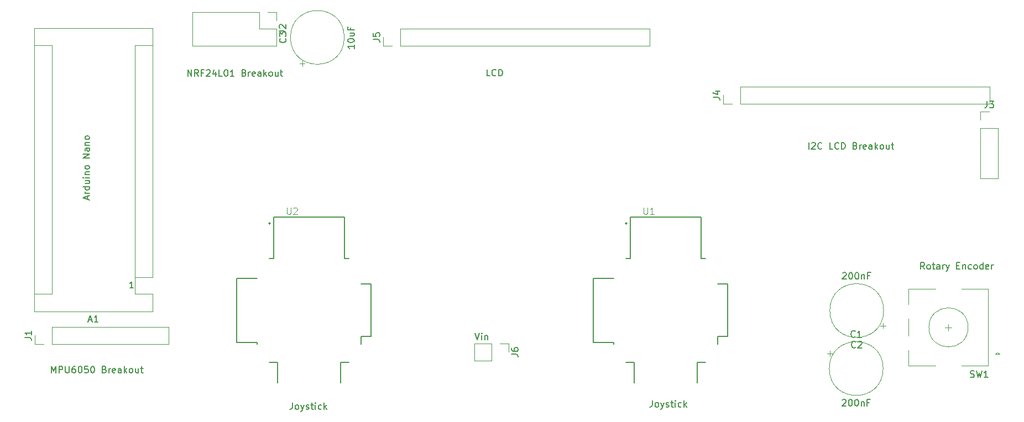
<source format=gbr>
%TF.GenerationSoftware,KiCad,Pcbnew,(5.1.7)-1*%
%TF.CreationDate,2020-12-08T13:51:12+10:00*%
%TF.ProjectId,Universal Controller Mk1,556e6976-6572-4736-916c-20436f6e7472,rev?*%
%TF.SameCoordinates,Original*%
%TF.FileFunction,Legend,Top*%
%TF.FilePolarity,Positive*%
%FSLAX46Y46*%
G04 Gerber Fmt 4.6, Leading zero omitted, Abs format (unit mm)*
G04 Created by KiCad (PCBNEW (5.1.7)-1) date 2020-12-08 13:51:12*
%MOMM*%
%LPD*%
G01*
G04 APERTURE LIST*
%ADD10C,0.150000*%
%ADD11C,0.127000*%
%ADD12C,0.200000*%
%ADD13C,0.120000*%
%ADD14C,0.015000*%
G04 APERTURE END LIST*
D10*
X82919866Y-79482342D02*
X82919866Y-79006152D01*
X83205580Y-79577580D02*
X82205580Y-79244247D01*
X83205580Y-78910914D01*
X83205580Y-78577580D02*
X82538914Y-78577580D01*
X82729390Y-78577580D02*
X82634152Y-78529961D01*
X82586533Y-78482342D01*
X82538914Y-78387104D01*
X82538914Y-78291866D01*
X83205580Y-77529961D02*
X82205580Y-77529961D01*
X83157961Y-77529961D02*
X83205580Y-77625200D01*
X83205580Y-77815676D01*
X83157961Y-77910914D01*
X83110342Y-77958533D01*
X83015104Y-78006152D01*
X82729390Y-78006152D01*
X82634152Y-77958533D01*
X82586533Y-77910914D01*
X82538914Y-77815676D01*
X82538914Y-77625200D01*
X82586533Y-77529961D01*
X82538914Y-76625200D02*
X83205580Y-76625200D01*
X82538914Y-77053771D02*
X83062723Y-77053771D01*
X83157961Y-77006152D01*
X83205580Y-76910914D01*
X83205580Y-76768057D01*
X83157961Y-76672819D01*
X83110342Y-76625200D01*
X83205580Y-76149009D02*
X82538914Y-76149009D01*
X82205580Y-76149009D02*
X82253200Y-76196628D01*
X82300819Y-76149009D01*
X82253200Y-76101390D01*
X82205580Y-76149009D01*
X82300819Y-76149009D01*
X82538914Y-75672819D02*
X83205580Y-75672819D01*
X82634152Y-75672819D02*
X82586533Y-75625200D01*
X82538914Y-75529961D01*
X82538914Y-75387104D01*
X82586533Y-75291866D01*
X82681771Y-75244247D01*
X83205580Y-75244247D01*
X83205580Y-74625200D02*
X83157961Y-74720438D01*
X83110342Y-74768057D01*
X83015104Y-74815676D01*
X82729390Y-74815676D01*
X82634152Y-74768057D01*
X82586533Y-74720438D01*
X82538914Y-74625200D01*
X82538914Y-74482342D01*
X82586533Y-74387104D01*
X82634152Y-74339485D01*
X82729390Y-74291866D01*
X83015104Y-74291866D01*
X83110342Y-74339485D01*
X83157961Y-74387104D01*
X83205580Y-74482342D01*
X83205580Y-74625200D01*
X83205580Y-73101390D02*
X82205580Y-73101390D01*
X83205580Y-72529961D01*
X82205580Y-72529961D01*
X83205580Y-71625200D02*
X82681771Y-71625200D01*
X82586533Y-71672819D01*
X82538914Y-71768057D01*
X82538914Y-71958533D01*
X82586533Y-72053771D01*
X83157961Y-71625200D02*
X83205580Y-71720438D01*
X83205580Y-71958533D01*
X83157961Y-72053771D01*
X83062723Y-72101390D01*
X82967485Y-72101390D01*
X82872247Y-72053771D01*
X82824628Y-71958533D01*
X82824628Y-71720438D01*
X82777009Y-71625200D01*
X82538914Y-71149009D02*
X83205580Y-71149009D01*
X82634152Y-71149009D02*
X82586533Y-71101390D01*
X82538914Y-71006152D01*
X82538914Y-70863295D01*
X82586533Y-70768057D01*
X82681771Y-70720438D01*
X83205580Y-70720438D01*
X83205580Y-70101390D02*
X83157961Y-70196628D01*
X83110342Y-70244247D01*
X83015104Y-70291866D01*
X82729390Y-70291866D01*
X82634152Y-70244247D01*
X82586533Y-70196628D01*
X82538914Y-70101390D01*
X82538914Y-69958533D01*
X82586533Y-69863295D01*
X82634152Y-69815676D01*
X82729390Y-69768057D01*
X83015104Y-69768057D01*
X83110342Y-69815676D01*
X83157961Y-69863295D01*
X83205580Y-69958533D01*
X83205580Y-70101390D01*
X142282990Y-99985580D02*
X142616323Y-100985580D01*
X142949657Y-99985580D01*
X143282990Y-100985580D02*
X143282990Y-100318914D01*
X143282990Y-99985580D02*
X143235371Y-100033200D01*
X143282990Y-100080819D01*
X143330609Y-100033200D01*
X143282990Y-99985580D01*
X143282990Y-100080819D01*
X143759180Y-100318914D02*
X143759180Y-100985580D01*
X143759180Y-100414152D02*
X143806800Y-100366533D01*
X143902038Y-100318914D01*
X144044895Y-100318914D01*
X144140133Y-100366533D01*
X144187752Y-100461771D01*
X144187752Y-100985580D01*
X98270323Y-60599580D02*
X98270323Y-59599580D01*
X98841752Y-60599580D01*
X98841752Y-59599580D01*
X99889371Y-60599580D02*
X99556038Y-60123390D01*
X99317942Y-60599580D02*
X99317942Y-59599580D01*
X99698895Y-59599580D01*
X99794133Y-59647200D01*
X99841752Y-59694819D01*
X99889371Y-59790057D01*
X99889371Y-59932914D01*
X99841752Y-60028152D01*
X99794133Y-60075771D01*
X99698895Y-60123390D01*
X99317942Y-60123390D01*
X100651276Y-60075771D02*
X100317942Y-60075771D01*
X100317942Y-60599580D02*
X100317942Y-59599580D01*
X100794133Y-59599580D01*
X101127466Y-59694819D02*
X101175085Y-59647200D01*
X101270323Y-59599580D01*
X101508419Y-59599580D01*
X101603657Y-59647200D01*
X101651276Y-59694819D01*
X101698895Y-59790057D01*
X101698895Y-59885295D01*
X101651276Y-60028152D01*
X101079847Y-60599580D01*
X101698895Y-60599580D01*
X102556038Y-59932914D02*
X102556038Y-60599580D01*
X102317942Y-59551961D02*
X102079847Y-60266247D01*
X102698895Y-60266247D01*
X103556038Y-60599580D02*
X103079847Y-60599580D01*
X103079847Y-59599580D01*
X104079847Y-59599580D02*
X104175085Y-59599580D01*
X104270323Y-59647200D01*
X104317942Y-59694819D01*
X104365561Y-59790057D01*
X104413180Y-59980533D01*
X104413180Y-60218628D01*
X104365561Y-60409104D01*
X104317942Y-60504342D01*
X104270323Y-60551961D01*
X104175085Y-60599580D01*
X104079847Y-60599580D01*
X103984609Y-60551961D01*
X103936990Y-60504342D01*
X103889371Y-60409104D01*
X103841752Y-60218628D01*
X103841752Y-59980533D01*
X103889371Y-59790057D01*
X103936990Y-59694819D01*
X103984609Y-59647200D01*
X104079847Y-59599580D01*
X105365561Y-60599580D02*
X104794133Y-60599580D01*
X105079847Y-60599580D02*
X105079847Y-59599580D01*
X104984609Y-59742438D01*
X104889371Y-59837676D01*
X104794133Y-59885295D01*
X106889371Y-60075771D02*
X107032228Y-60123390D01*
X107079847Y-60171009D01*
X107127466Y-60266247D01*
X107127466Y-60409104D01*
X107079847Y-60504342D01*
X107032228Y-60551961D01*
X106936990Y-60599580D01*
X106556038Y-60599580D01*
X106556038Y-59599580D01*
X106889371Y-59599580D01*
X106984609Y-59647200D01*
X107032228Y-59694819D01*
X107079847Y-59790057D01*
X107079847Y-59885295D01*
X107032228Y-59980533D01*
X106984609Y-60028152D01*
X106889371Y-60075771D01*
X106556038Y-60075771D01*
X107556038Y-60599580D02*
X107556038Y-59932914D01*
X107556038Y-60123390D02*
X107603657Y-60028152D01*
X107651276Y-59980533D01*
X107746514Y-59932914D01*
X107841752Y-59932914D01*
X108556038Y-60551961D02*
X108460800Y-60599580D01*
X108270323Y-60599580D01*
X108175085Y-60551961D01*
X108127466Y-60456723D01*
X108127466Y-60075771D01*
X108175085Y-59980533D01*
X108270323Y-59932914D01*
X108460800Y-59932914D01*
X108556038Y-59980533D01*
X108603657Y-60075771D01*
X108603657Y-60171009D01*
X108127466Y-60266247D01*
X109460800Y-60599580D02*
X109460800Y-60075771D01*
X109413180Y-59980533D01*
X109317942Y-59932914D01*
X109127466Y-59932914D01*
X109032228Y-59980533D01*
X109460800Y-60551961D02*
X109365561Y-60599580D01*
X109127466Y-60599580D01*
X109032228Y-60551961D01*
X108984609Y-60456723D01*
X108984609Y-60361485D01*
X109032228Y-60266247D01*
X109127466Y-60218628D01*
X109365561Y-60218628D01*
X109460800Y-60171009D01*
X109936990Y-60599580D02*
X109936990Y-59599580D01*
X110032228Y-60218628D02*
X110317942Y-60599580D01*
X110317942Y-59932914D02*
X109936990Y-60313866D01*
X110889371Y-60599580D02*
X110794133Y-60551961D01*
X110746514Y-60504342D01*
X110698895Y-60409104D01*
X110698895Y-60123390D01*
X110746514Y-60028152D01*
X110794133Y-59980533D01*
X110889371Y-59932914D01*
X111032228Y-59932914D01*
X111127466Y-59980533D01*
X111175085Y-60028152D01*
X111222704Y-60123390D01*
X111222704Y-60409104D01*
X111175085Y-60504342D01*
X111127466Y-60551961D01*
X111032228Y-60599580D01*
X110889371Y-60599580D01*
X112079847Y-59932914D02*
X112079847Y-60599580D01*
X111651276Y-59932914D02*
X111651276Y-60456723D01*
X111698895Y-60551961D01*
X111794133Y-60599580D01*
X111936990Y-60599580D01*
X112032228Y-60551961D01*
X112079847Y-60504342D01*
X112413180Y-59932914D02*
X112794133Y-59932914D01*
X112556038Y-59599580D02*
X112556038Y-60456723D01*
X112603657Y-60551961D01*
X112698895Y-60599580D01*
X112794133Y-60599580D01*
X123743980Y-55783028D02*
X123743980Y-56354457D01*
X123743980Y-56068742D02*
X122743980Y-56068742D01*
X122886838Y-56163980D01*
X122982076Y-56259219D01*
X123029695Y-56354457D01*
X122743980Y-55163980D02*
X122743980Y-55068742D01*
X122791600Y-54973504D01*
X122839219Y-54925885D01*
X122934457Y-54878266D01*
X123124933Y-54830647D01*
X123363028Y-54830647D01*
X123553504Y-54878266D01*
X123648742Y-54925885D01*
X123696361Y-54973504D01*
X123743980Y-55068742D01*
X123743980Y-55163980D01*
X123696361Y-55259219D01*
X123648742Y-55306838D01*
X123553504Y-55354457D01*
X123363028Y-55402076D01*
X123124933Y-55402076D01*
X122934457Y-55354457D01*
X122839219Y-55306838D01*
X122791600Y-55259219D01*
X122743980Y-55163980D01*
X123077314Y-53973504D02*
X123743980Y-53973504D01*
X123077314Y-54402076D02*
X123601123Y-54402076D01*
X123696361Y-54354457D01*
X123743980Y-54259219D01*
X123743980Y-54116361D01*
X123696361Y-54021123D01*
X123648742Y-53973504D01*
X123220171Y-53163980D02*
X123220171Y-53497314D01*
X123743980Y-53497314D02*
X122743980Y-53497314D01*
X122743980Y-53021123D01*
X144546723Y-60548780D02*
X144070533Y-60548780D01*
X144070533Y-59548780D01*
X145451485Y-60453542D02*
X145403866Y-60501161D01*
X145261009Y-60548780D01*
X145165771Y-60548780D01*
X145022914Y-60501161D01*
X144927676Y-60405923D01*
X144880057Y-60310685D01*
X144832438Y-60120209D01*
X144832438Y-59977352D01*
X144880057Y-59786876D01*
X144927676Y-59691638D01*
X145022914Y-59596400D01*
X145165771Y-59548780D01*
X145261009Y-59548780D01*
X145403866Y-59596400D01*
X145451485Y-59644019D01*
X145880057Y-60548780D02*
X145880057Y-59548780D01*
X146118152Y-59548780D01*
X146261009Y-59596400D01*
X146356247Y-59691638D01*
X146403866Y-59786876D01*
X146451485Y-59977352D01*
X146451485Y-60120209D01*
X146403866Y-60310685D01*
X146356247Y-60405923D01*
X146261009Y-60501161D01*
X146118152Y-60548780D01*
X145880057Y-60548780D01*
X193367828Y-71775580D02*
X193367828Y-70775580D01*
X193796400Y-70870819D02*
X193844019Y-70823200D01*
X193939257Y-70775580D01*
X194177352Y-70775580D01*
X194272590Y-70823200D01*
X194320209Y-70870819D01*
X194367828Y-70966057D01*
X194367828Y-71061295D01*
X194320209Y-71204152D01*
X193748780Y-71775580D01*
X194367828Y-71775580D01*
X195367828Y-71680342D02*
X195320209Y-71727961D01*
X195177352Y-71775580D01*
X195082114Y-71775580D01*
X194939257Y-71727961D01*
X194844019Y-71632723D01*
X194796400Y-71537485D01*
X194748780Y-71347009D01*
X194748780Y-71204152D01*
X194796400Y-71013676D01*
X194844019Y-70918438D01*
X194939257Y-70823200D01*
X195082114Y-70775580D01*
X195177352Y-70775580D01*
X195320209Y-70823200D01*
X195367828Y-70870819D01*
X197034495Y-71775580D02*
X196558304Y-71775580D01*
X196558304Y-70775580D01*
X197939257Y-71680342D02*
X197891638Y-71727961D01*
X197748780Y-71775580D01*
X197653542Y-71775580D01*
X197510685Y-71727961D01*
X197415447Y-71632723D01*
X197367828Y-71537485D01*
X197320209Y-71347009D01*
X197320209Y-71204152D01*
X197367828Y-71013676D01*
X197415447Y-70918438D01*
X197510685Y-70823200D01*
X197653542Y-70775580D01*
X197748780Y-70775580D01*
X197891638Y-70823200D01*
X197939257Y-70870819D01*
X198367828Y-71775580D02*
X198367828Y-70775580D01*
X198605923Y-70775580D01*
X198748780Y-70823200D01*
X198844019Y-70918438D01*
X198891638Y-71013676D01*
X198939257Y-71204152D01*
X198939257Y-71347009D01*
X198891638Y-71537485D01*
X198844019Y-71632723D01*
X198748780Y-71727961D01*
X198605923Y-71775580D01*
X198367828Y-71775580D01*
X200463066Y-71251771D02*
X200605923Y-71299390D01*
X200653542Y-71347009D01*
X200701161Y-71442247D01*
X200701161Y-71585104D01*
X200653542Y-71680342D01*
X200605923Y-71727961D01*
X200510685Y-71775580D01*
X200129733Y-71775580D01*
X200129733Y-70775580D01*
X200463066Y-70775580D01*
X200558304Y-70823200D01*
X200605923Y-70870819D01*
X200653542Y-70966057D01*
X200653542Y-71061295D01*
X200605923Y-71156533D01*
X200558304Y-71204152D01*
X200463066Y-71251771D01*
X200129733Y-71251771D01*
X201129733Y-71775580D02*
X201129733Y-71108914D01*
X201129733Y-71299390D02*
X201177352Y-71204152D01*
X201224971Y-71156533D01*
X201320209Y-71108914D01*
X201415447Y-71108914D01*
X202129733Y-71727961D02*
X202034495Y-71775580D01*
X201844019Y-71775580D01*
X201748780Y-71727961D01*
X201701161Y-71632723D01*
X201701161Y-71251771D01*
X201748780Y-71156533D01*
X201844019Y-71108914D01*
X202034495Y-71108914D01*
X202129733Y-71156533D01*
X202177352Y-71251771D01*
X202177352Y-71347009D01*
X201701161Y-71442247D01*
X203034495Y-71775580D02*
X203034495Y-71251771D01*
X202986876Y-71156533D01*
X202891638Y-71108914D01*
X202701161Y-71108914D01*
X202605923Y-71156533D01*
X203034495Y-71727961D02*
X202939257Y-71775580D01*
X202701161Y-71775580D01*
X202605923Y-71727961D01*
X202558304Y-71632723D01*
X202558304Y-71537485D01*
X202605923Y-71442247D01*
X202701161Y-71394628D01*
X202939257Y-71394628D01*
X203034495Y-71347009D01*
X203510685Y-71775580D02*
X203510685Y-70775580D01*
X203605923Y-71394628D02*
X203891638Y-71775580D01*
X203891638Y-71108914D02*
X203510685Y-71489866D01*
X204463066Y-71775580D02*
X204367828Y-71727961D01*
X204320209Y-71680342D01*
X204272590Y-71585104D01*
X204272590Y-71299390D01*
X204320209Y-71204152D01*
X204367828Y-71156533D01*
X204463066Y-71108914D01*
X204605923Y-71108914D01*
X204701161Y-71156533D01*
X204748780Y-71204152D01*
X204796400Y-71299390D01*
X204796400Y-71585104D01*
X204748780Y-71680342D01*
X204701161Y-71727961D01*
X204605923Y-71775580D01*
X204463066Y-71775580D01*
X205653542Y-71108914D02*
X205653542Y-71775580D01*
X205224971Y-71108914D02*
X205224971Y-71632723D01*
X205272590Y-71727961D01*
X205367828Y-71775580D01*
X205510685Y-71775580D01*
X205605923Y-71727961D01*
X205653542Y-71680342D01*
X205986876Y-71108914D02*
X206367828Y-71108914D01*
X206129733Y-70775580D02*
X206129733Y-71632723D01*
X206177352Y-71727961D01*
X206272590Y-71775580D01*
X206367828Y-71775580D01*
X198540952Y-90784419D02*
X198588571Y-90736800D01*
X198683809Y-90689180D01*
X198921904Y-90689180D01*
X199017142Y-90736800D01*
X199064761Y-90784419D01*
X199112380Y-90879657D01*
X199112380Y-90974895D01*
X199064761Y-91117752D01*
X198493333Y-91689180D01*
X199112380Y-91689180D01*
X199731428Y-90689180D02*
X199826666Y-90689180D01*
X199921904Y-90736800D01*
X199969523Y-90784419D01*
X200017142Y-90879657D01*
X200064761Y-91070133D01*
X200064761Y-91308228D01*
X200017142Y-91498704D01*
X199969523Y-91593942D01*
X199921904Y-91641561D01*
X199826666Y-91689180D01*
X199731428Y-91689180D01*
X199636190Y-91641561D01*
X199588571Y-91593942D01*
X199540952Y-91498704D01*
X199493333Y-91308228D01*
X199493333Y-91070133D01*
X199540952Y-90879657D01*
X199588571Y-90784419D01*
X199636190Y-90736800D01*
X199731428Y-90689180D01*
X200683809Y-90689180D02*
X200779047Y-90689180D01*
X200874285Y-90736800D01*
X200921904Y-90784419D01*
X200969523Y-90879657D01*
X201017142Y-91070133D01*
X201017142Y-91308228D01*
X200969523Y-91498704D01*
X200921904Y-91593942D01*
X200874285Y-91641561D01*
X200779047Y-91689180D01*
X200683809Y-91689180D01*
X200588571Y-91641561D01*
X200540952Y-91593942D01*
X200493333Y-91498704D01*
X200445714Y-91308228D01*
X200445714Y-91070133D01*
X200493333Y-90879657D01*
X200540952Y-90784419D01*
X200588571Y-90736800D01*
X200683809Y-90689180D01*
X201445714Y-91022514D02*
X201445714Y-91689180D01*
X201445714Y-91117752D02*
X201493333Y-91070133D01*
X201588571Y-91022514D01*
X201731428Y-91022514D01*
X201826666Y-91070133D01*
X201874285Y-91165371D01*
X201874285Y-91689180D01*
X202683809Y-91165371D02*
X202350476Y-91165371D01*
X202350476Y-91689180D02*
X202350476Y-90689180D01*
X202826666Y-90689180D01*
X198490152Y-110240819D02*
X198537771Y-110193200D01*
X198633009Y-110145580D01*
X198871104Y-110145580D01*
X198966342Y-110193200D01*
X199013961Y-110240819D01*
X199061580Y-110336057D01*
X199061580Y-110431295D01*
X199013961Y-110574152D01*
X198442533Y-111145580D01*
X199061580Y-111145580D01*
X199680628Y-110145580D02*
X199775866Y-110145580D01*
X199871104Y-110193200D01*
X199918723Y-110240819D01*
X199966342Y-110336057D01*
X200013961Y-110526533D01*
X200013961Y-110764628D01*
X199966342Y-110955104D01*
X199918723Y-111050342D01*
X199871104Y-111097961D01*
X199775866Y-111145580D01*
X199680628Y-111145580D01*
X199585390Y-111097961D01*
X199537771Y-111050342D01*
X199490152Y-110955104D01*
X199442533Y-110764628D01*
X199442533Y-110526533D01*
X199490152Y-110336057D01*
X199537771Y-110240819D01*
X199585390Y-110193200D01*
X199680628Y-110145580D01*
X200633009Y-110145580D02*
X200728247Y-110145580D01*
X200823485Y-110193200D01*
X200871104Y-110240819D01*
X200918723Y-110336057D01*
X200966342Y-110526533D01*
X200966342Y-110764628D01*
X200918723Y-110955104D01*
X200871104Y-111050342D01*
X200823485Y-111097961D01*
X200728247Y-111145580D01*
X200633009Y-111145580D01*
X200537771Y-111097961D01*
X200490152Y-111050342D01*
X200442533Y-110955104D01*
X200394914Y-110764628D01*
X200394914Y-110526533D01*
X200442533Y-110336057D01*
X200490152Y-110240819D01*
X200537771Y-110193200D01*
X200633009Y-110145580D01*
X201394914Y-110478914D02*
X201394914Y-111145580D01*
X201394914Y-110574152D02*
X201442533Y-110526533D01*
X201537771Y-110478914D01*
X201680628Y-110478914D01*
X201775866Y-110526533D01*
X201823485Y-110621771D01*
X201823485Y-111145580D01*
X202633009Y-110621771D02*
X202299676Y-110621771D01*
X202299676Y-111145580D02*
X202299676Y-110145580D01*
X202775866Y-110145580D01*
X211073028Y-90165180D02*
X210739695Y-89688990D01*
X210501600Y-90165180D02*
X210501600Y-89165180D01*
X210882552Y-89165180D01*
X210977790Y-89212800D01*
X211025409Y-89260419D01*
X211073028Y-89355657D01*
X211073028Y-89498514D01*
X211025409Y-89593752D01*
X210977790Y-89641371D01*
X210882552Y-89688990D01*
X210501600Y-89688990D01*
X211644457Y-90165180D02*
X211549219Y-90117561D01*
X211501600Y-90069942D01*
X211453980Y-89974704D01*
X211453980Y-89688990D01*
X211501600Y-89593752D01*
X211549219Y-89546133D01*
X211644457Y-89498514D01*
X211787314Y-89498514D01*
X211882552Y-89546133D01*
X211930171Y-89593752D01*
X211977790Y-89688990D01*
X211977790Y-89974704D01*
X211930171Y-90069942D01*
X211882552Y-90117561D01*
X211787314Y-90165180D01*
X211644457Y-90165180D01*
X212263504Y-89498514D02*
X212644457Y-89498514D01*
X212406361Y-89165180D02*
X212406361Y-90022323D01*
X212453980Y-90117561D01*
X212549219Y-90165180D01*
X212644457Y-90165180D01*
X213406361Y-90165180D02*
X213406361Y-89641371D01*
X213358742Y-89546133D01*
X213263504Y-89498514D01*
X213073028Y-89498514D01*
X212977790Y-89546133D01*
X213406361Y-90117561D02*
X213311123Y-90165180D01*
X213073028Y-90165180D01*
X212977790Y-90117561D01*
X212930171Y-90022323D01*
X212930171Y-89927085D01*
X212977790Y-89831847D01*
X213073028Y-89784228D01*
X213311123Y-89784228D01*
X213406361Y-89736609D01*
X213882552Y-90165180D02*
X213882552Y-89498514D01*
X213882552Y-89688990D02*
X213930171Y-89593752D01*
X213977790Y-89546133D01*
X214073028Y-89498514D01*
X214168266Y-89498514D01*
X214406361Y-89498514D02*
X214644457Y-90165180D01*
X214882552Y-89498514D02*
X214644457Y-90165180D01*
X214549219Y-90403276D01*
X214501600Y-90450895D01*
X214406361Y-90498514D01*
X216025409Y-89641371D02*
X216358742Y-89641371D01*
X216501600Y-90165180D02*
X216025409Y-90165180D01*
X216025409Y-89165180D01*
X216501600Y-89165180D01*
X216930171Y-89498514D02*
X216930171Y-90165180D01*
X216930171Y-89593752D02*
X216977790Y-89546133D01*
X217073028Y-89498514D01*
X217215885Y-89498514D01*
X217311123Y-89546133D01*
X217358742Y-89641371D01*
X217358742Y-90165180D01*
X218263504Y-90117561D02*
X218168266Y-90165180D01*
X217977790Y-90165180D01*
X217882552Y-90117561D01*
X217834933Y-90069942D01*
X217787314Y-89974704D01*
X217787314Y-89688990D01*
X217834933Y-89593752D01*
X217882552Y-89546133D01*
X217977790Y-89498514D01*
X218168266Y-89498514D01*
X218263504Y-89546133D01*
X218834933Y-90165180D02*
X218739695Y-90117561D01*
X218692076Y-90069942D01*
X218644457Y-89974704D01*
X218644457Y-89688990D01*
X218692076Y-89593752D01*
X218739695Y-89546133D01*
X218834933Y-89498514D01*
X218977790Y-89498514D01*
X219073028Y-89546133D01*
X219120647Y-89593752D01*
X219168266Y-89688990D01*
X219168266Y-89974704D01*
X219120647Y-90069942D01*
X219073028Y-90117561D01*
X218977790Y-90165180D01*
X218834933Y-90165180D01*
X220025409Y-90165180D02*
X220025409Y-89165180D01*
X220025409Y-90117561D02*
X219930171Y-90165180D01*
X219739695Y-90165180D01*
X219644457Y-90117561D01*
X219596838Y-90069942D01*
X219549219Y-89974704D01*
X219549219Y-89688990D01*
X219596838Y-89593752D01*
X219644457Y-89546133D01*
X219739695Y-89498514D01*
X219930171Y-89498514D01*
X220025409Y-89546133D01*
X220882552Y-90117561D02*
X220787314Y-90165180D01*
X220596838Y-90165180D01*
X220501600Y-90117561D01*
X220453980Y-90022323D01*
X220453980Y-89641371D01*
X220501600Y-89546133D01*
X220596838Y-89498514D01*
X220787314Y-89498514D01*
X220882552Y-89546133D01*
X220930171Y-89641371D01*
X220930171Y-89736609D01*
X220453980Y-89831847D01*
X221358742Y-90165180D02*
X221358742Y-89498514D01*
X221358742Y-89688990D02*
X221406361Y-89593752D01*
X221453980Y-89546133D01*
X221549219Y-89498514D01*
X221644457Y-89498514D01*
X169404019Y-110297980D02*
X169404019Y-111012266D01*
X169356400Y-111155123D01*
X169261161Y-111250361D01*
X169118304Y-111297980D01*
X169023066Y-111297980D01*
X170023066Y-111297980D02*
X169927828Y-111250361D01*
X169880209Y-111202742D01*
X169832590Y-111107504D01*
X169832590Y-110821790D01*
X169880209Y-110726552D01*
X169927828Y-110678933D01*
X170023066Y-110631314D01*
X170165923Y-110631314D01*
X170261161Y-110678933D01*
X170308780Y-110726552D01*
X170356400Y-110821790D01*
X170356400Y-111107504D01*
X170308780Y-111202742D01*
X170261161Y-111250361D01*
X170165923Y-111297980D01*
X170023066Y-111297980D01*
X170689733Y-110631314D02*
X170927828Y-111297980D01*
X171165923Y-110631314D02*
X170927828Y-111297980D01*
X170832590Y-111536076D01*
X170784971Y-111583695D01*
X170689733Y-111631314D01*
X171499257Y-111250361D02*
X171594495Y-111297980D01*
X171784971Y-111297980D01*
X171880209Y-111250361D01*
X171927828Y-111155123D01*
X171927828Y-111107504D01*
X171880209Y-111012266D01*
X171784971Y-110964647D01*
X171642114Y-110964647D01*
X171546876Y-110917028D01*
X171499257Y-110821790D01*
X171499257Y-110774171D01*
X171546876Y-110678933D01*
X171642114Y-110631314D01*
X171784971Y-110631314D01*
X171880209Y-110678933D01*
X172213542Y-110631314D02*
X172594495Y-110631314D01*
X172356400Y-110297980D02*
X172356400Y-111155123D01*
X172404019Y-111250361D01*
X172499257Y-111297980D01*
X172594495Y-111297980D01*
X172927828Y-111297980D02*
X172927828Y-110631314D01*
X172927828Y-110297980D02*
X172880209Y-110345600D01*
X172927828Y-110393219D01*
X172975447Y-110345600D01*
X172927828Y-110297980D01*
X172927828Y-110393219D01*
X173832590Y-111250361D02*
X173737352Y-111297980D01*
X173546876Y-111297980D01*
X173451638Y-111250361D01*
X173404019Y-111202742D01*
X173356400Y-111107504D01*
X173356400Y-110821790D01*
X173404019Y-110726552D01*
X173451638Y-110678933D01*
X173546876Y-110631314D01*
X173737352Y-110631314D01*
X173832590Y-110678933D01*
X174261161Y-111297980D02*
X174261161Y-110297980D01*
X174356400Y-110917028D02*
X174642114Y-111297980D01*
X174642114Y-110631314D02*
X174261161Y-111012266D01*
X114286019Y-110653580D02*
X114286019Y-111367866D01*
X114238400Y-111510723D01*
X114143161Y-111605961D01*
X114000304Y-111653580D01*
X113905066Y-111653580D01*
X114905066Y-111653580D02*
X114809828Y-111605961D01*
X114762209Y-111558342D01*
X114714590Y-111463104D01*
X114714590Y-111177390D01*
X114762209Y-111082152D01*
X114809828Y-111034533D01*
X114905066Y-110986914D01*
X115047923Y-110986914D01*
X115143161Y-111034533D01*
X115190780Y-111082152D01*
X115238400Y-111177390D01*
X115238400Y-111463104D01*
X115190780Y-111558342D01*
X115143161Y-111605961D01*
X115047923Y-111653580D01*
X114905066Y-111653580D01*
X115571733Y-110986914D02*
X115809828Y-111653580D01*
X116047923Y-110986914D02*
X115809828Y-111653580D01*
X115714590Y-111891676D01*
X115666971Y-111939295D01*
X115571733Y-111986914D01*
X116381257Y-111605961D02*
X116476495Y-111653580D01*
X116666971Y-111653580D01*
X116762209Y-111605961D01*
X116809828Y-111510723D01*
X116809828Y-111463104D01*
X116762209Y-111367866D01*
X116666971Y-111320247D01*
X116524114Y-111320247D01*
X116428876Y-111272628D01*
X116381257Y-111177390D01*
X116381257Y-111129771D01*
X116428876Y-111034533D01*
X116524114Y-110986914D01*
X116666971Y-110986914D01*
X116762209Y-111034533D01*
X117095542Y-110986914D02*
X117476495Y-110986914D01*
X117238400Y-110653580D02*
X117238400Y-111510723D01*
X117286019Y-111605961D01*
X117381257Y-111653580D01*
X117476495Y-111653580D01*
X117809828Y-111653580D02*
X117809828Y-110986914D01*
X117809828Y-110653580D02*
X117762209Y-110701200D01*
X117809828Y-110748819D01*
X117857447Y-110701200D01*
X117809828Y-110653580D01*
X117809828Y-110748819D01*
X118714590Y-111605961D02*
X118619352Y-111653580D01*
X118428876Y-111653580D01*
X118333638Y-111605961D01*
X118286019Y-111558342D01*
X118238400Y-111463104D01*
X118238400Y-111177390D01*
X118286019Y-111082152D01*
X118333638Y-111034533D01*
X118428876Y-110986914D01*
X118619352Y-110986914D01*
X118714590Y-111034533D01*
X119143161Y-111653580D02*
X119143161Y-110653580D01*
X119238400Y-111272628D02*
X119524114Y-111653580D01*
X119524114Y-110986914D02*
X119143161Y-111367866D01*
X77399428Y-106065580D02*
X77399428Y-105065580D01*
X77732761Y-105779866D01*
X78066095Y-105065580D01*
X78066095Y-106065580D01*
X78542285Y-106065580D02*
X78542285Y-105065580D01*
X78923238Y-105065580D01*
X79018476Y-105113200D01*
X79066095Y-105160819D01*
X79113714Y-105256057D01*
X79113714Y-105398914D01*
X79066095Y-105494152D01*
X79018476Y-105541771D01*
X78923238Y-105589390D01*
X78542285Y-105589390D01*
X79542285Y-105065580D02*
X79542285Y-105875104D01*
X79589904Y-105970342D01*
X79637523Y-106017961D01*
X79732761Y-106065580D01*
X79923238Y-106065580D01*
X80018476Y-106017961D01*
X80066095Y-105970342D01*
X80113714Y-105875104D01*
X80113714Y-105065580D01*
X81018476Y-105065580D02*
X80828000Y-105065580D01*
X80732761Y-105113200D01*
X80685142Y-105160819D01*
X80589904Y-105303676D01*
X80542285Y-105494152D01*
X80542285Y-105875104D01*
X80589904Y-105970342D01*
X80637523Y-106017961D01*
X80732761Y-106065580D01*
X80923238Y-106065580D01*
X81018476Y-106017961D01*
X81066095Y-105970342D01*
X81113714Y-105875104D01*
X81113714Y-105637009D01*
X81066095Y-105541771D01*
X81018476Y-105494152D01*
X80923238Y-105446533D01*
X80732761Y-105446533D01*
X80637523Y-105494152D01*
X80589904Y-105541771D01*
X80542285Y-105637009D01*
X81732761Y-105065580D02*
X81828000Y-105065580D01*
X81923238Y-105113200D01*
X81970857Y-105160819D01*
X82018476Y-105256057D01*
X82066095Y-105446533D01*
X82066095Y-105684628D01*
X82018476Y-105875104D01*
X81970857Y-105970342D01*
X81923238Y-106017961D01*
X81828000Y-106065580D01*
X81732761Y-106065580D01*
X81637523Y-106017961D01*
X81589904Y-105970342D01*
X81542285Y-105875104D01*
X81494666Y-105684628D01*
X81494666Y-105446533D01*
X81542285Y-105256057D01*
X81589904Y-105160819D01*
X81637523Y-105113200D01*
X81732761Y-105065580D01*
X82970857Y-105065580D02*
X82494666Y-105065580D01*
X82447047Y-105541771D01*
X82494666Y-105494152D01*
X82589904Y-105446533D01*
X82828000Y-105446533D01*
X82923238Y-105494152D01*
X82970857Y-105541771D01*
X83018476Y-105637009D01*
X83018476Y-105875104D01*
X82970857Y-105970342D01*
X82923238Y-106017961D01*
X82828000Y-106065580D01*
X82589904Y-106065580D01*
X82494666Y-106017961D01*
X82447047Y-105970342D01*
X83637523Y-105065580D02*
X83732761Y-105065580D01*
X83828000Y-105113200D01*
X83875619Y-105160819D01*
X83923238Y-105256057D01*
X83970857Y-105446533D01*
X83970857Y-105684628D01*
X83923238Y-105875104D01*
X83875619Y-105970342D01*
X83828000Y-106017961D01*
X83732761Y-106065580D01*
X83637523Y-106065580D01*
X83542285Y-106017961D01*
X83494666Y-105970342D01*
X83447047Y-105875104D01*
X83399428Y-105684628D01*
X83399428Y-105446533D01*
X83447047Y-105256057D01*
X83494666Y-105160819D01*
X83542285Y-105113200D01*
X83637523Y-105065580D01*
X85494666Y-105541771D02*
X85637523Y-105589390D01*
X85685142Y-105637009D01*
X85732761Y-105732247D01*
X85732761Y-105875104D01*
X85685142Y-105970342D01*
X85637523Y-106017961D01*
X85542285Y-106065580D01*
X85161333Y-106065580D01*
X85161333Y-105065580D01*
X85494666Y-105065580D01*
X85589904Y-105113200D01*
X85637523Y-105160819D01*
X85685142Y-105256057D01*
X85685142Y-105351295D01*
X85637523Y-105446533D01*
X85589904Y-105494152D01*
X85494666Y-105541771D01*
X85161333Y-105541771D01*
X86161333Y-106065580D02*
X86161333Y-105398914D01*
X86161333Y-105589390D02*
X86208952Y-105494152D01*
X86256571Y-105446533D01*
X86351809Y-105398914D01*
X86447047Y-105398914D01*
X87161333Y-106017961D02*
X87066095Y-106065580D01*
X86875619Y-106065580D01*
X86780380Y-106017961D01*
X86732761Y-105922723D01*
X86732761Y-105541771D01*
X86780380Y-105446533D01*
X86875619Y-105398914D01*
X87066095Y-105398914D01*
X87161333Y-105446533D01*
X87208952Y-105541771D01*
X87208952Y-105637009D01*
X86732761Y-105732247D01*
X88066095Y-106065580D02*
X88066095Y-105541771D01*
X88018476Y-105446533D01*
X87923238Y-105398914D01*
X87732761Y-105398914D01*
X87637523Y-105446533D01*
X88066095Y-106017961D02*
X87970857Y-106065580D01*
X87732761Y-106065580D01*
X87637523Y-106017961D01*
X87589904Y-105922723D01*
X87589904Y-105827485D01*
X87637523Y-105732247D01*
X87732761Y-105684628D01*
X87970857Y-105684628D01*
X88066095Y-105637009D01*
X88542285Y-106065580D02*
X88542285Y-105065580D01*
X88637523Y-105684628D02*
X88923238Y-106065580D01*
X88923238Y-105398914D02*
X88542285Y-105779866D01*
X89494666Y-106065580D02*
X89399428Y-106017961D01*
X89351809Y-105970342D01*
X89304190Y-105875104D01*
X89304190Y-105589390D01*
X89351809Y-105494152D01*
X89399428Y-105446533D01*
X89494666Y-105398914D01*
X89637523Y-105398914D01*
X89732761Y-105446533D01*
X89780380Y-105494152D01*
X89828000Y-105589390D01*
X89828000Y-105875104D01*
X89780380Y-105970342D01*
X89732761Y-106017961D01*
X89637523Y-106065580D01*
X89494666Y-106065580D01*
X90685142Y-105398914D02*
X90685142Y-106065580D01*
X90256571Y-105398914D02*
X90256571Y-105922723D01*
X90304190Y-106017961D01*
X90399428Y-106065580D01*
X90542285Y-106065580D01*
X90637523Y-106017961D01*
X90685142Y-105970342D01*
X91018476Y-105398914D02*
X91399428Y-105398914D01*
X91161333Y-105065580D02*
X91161333Y-105922723D01*
X91208952Y-106017961D01*
X91304190Y-106065580D01*
X91399428Y-106065580D01*
X89947714Y-93060780D02*
X89376285Y-93060780D01*
X89662000Y-93060780D02*
X89662000Y-92060780D01*
X89566761Y-92203638D01*
X89471523Y-92298876D01*
X89376285Y-92346495D01*
D11*
%TO.C,U2*%
X110770000Y-88520000D02*
X111390000Y-88520000D01*
X111390000Y-88520000D02*
X111390000Y-82220000D01*
X111390000Y-82220000D02*
X122290000Y-82220000D01*
X122290000Y-82220000D02*
X122290000Y-88520000D01*
X122290000Y-88520000D02*
X122920000Y-88520000D01*
X124790000Y-92420000D02*
X126340000Y-92420000D01*
X126340000Y-92420000D02*
X126340000Y-100520000D01*
X126340000Y-100520000D02*
X124790000Y-100520000D01*
X124790000Y-100520000D02*
X124790000Y-101640000D01*
X122920000Y-104420000D02*
X121690000Y-104420000D01*
X121690000Y-104420000D02*
X121690000Y-107620000D01*
X111990000Y-107620000D02*
X111990000Y-104420000D01*
X111990000Y-104420000D02*
X110770000Y-104420000D01*
X108890000Y-101690000D02*
X108890000Y-101420000D01*
X108890000Y-101420000D02*
X105740000Y-101420000D01*
X105740000Y-101420000D02*
X105740000Y-91620000D01*
X105740000Y-91620000D02*
X108890000Y-91620000D01*
D12*
X110890000Y-83170000D02*
G75*
G03*
X110890000Y-83170000I-100000J0D01*
G01*
D13*
%TO.C,A1*%
X90170000Y-91440000D02*
X90170000Y-93980000D01*
X90170000Y-93980000D02*
X92840000Y-93980000D01*
X92840000Y-91440000D02*
X92840000Y-53210000D01*
X92840000Y-96650000D02*
X92840000Y-93980000D01*
X77470000Y-93980000D02*
X74800000Y-93980000D01*
X77470000Y-93980000D02*
X77470000Y-55880000D01*
X77470000Y-55880000D02*
X74800000Y-55880000D01*
X90170000Y-91440000D02*
X92840000Y-91440000D01*
X90170000Y-91440000D02*
X90170000Y-55880000D01*
X90170000Y-55880000D02*
X92840000Y-55880000D01*
X92840000Y-53210000D02*
X74800000Y-53210000D01*
X74800000Y-53210000D02*
X74800000Y-96650000D01*
X74800000Y-96650000D02*
X92840000Y-96650000D01*
%TO.C,SW1*%
X215250000Y-99100000D02*
X214250000Y-99100000D01*
X214750000Y-99600000D02*
X214750000Y-98600000D01*
X208650000Y-95600000D02*
X208650000Y-93200000D01*
X208650000Y-100400000D02*
X208650000Y-97800000D01*
X208650000Y-105000000D02*
X208650000Y-102600000D01*
X221950000Y-103200000D02*
X222250000Y-102900000D01*
X222550000Y-103200000D02*
X221950000Y-103200000D01*
X222250000Y-102900000D02*
X222550000Y-103200000D01*
X220850000Y-105000000D02*
X220850000Y-93200000D01*
X216750000Y-105000000D02*
X220850000Y-105000000D01*
X216750000Y-93200000D02*
X220850000Y-93200000D01*
X208650000Y-93200000D02*
X212750000Y-93200000D01*
X212750000Y-105000000D02*
X208650000Y-105000000D01*
X217750000Y-99100000D02*
G75*
G03*
X217750000Y-99100000I-3000000J0D01*
G01*
%TO.C,C1*%
X204740000Y-105410000D02*
G75*
G03*
X204740000Y-105410000I-4120000J0D01*
G01*
X196210302Y-103095000D02*
X197010302Y-103095000D01*
X196610302Y-102695000D02*
X196610302Y-103495000D01*
%TO.C,C2*%
X204820000Y-96520000D02*
G75*
G03*
X204820000Y-96520000I-4120000J0D01*
G01*
X205109698Y-98835000D02*
X204309698Y-98835000D01*
X204709698Y-99235000D02*
X204709698Y-98435000D01*
%TO.C,C3*%
X122230000Y-54650000D02*
G75*
G03*
X122230000Y-54650000I-4120000J0D01*
G01*
X115795000Y-59059698D02*
X115795000Y-58259698D01*
X115395000Y-58659698D02*
X116195000Y-58659698D01*
%TO.C,J1*%
X95310000Y-101660000D02*
X95310000Y-99000000D01*
X77470000Y-101660000D02*
X95310000Y-101660000D01*
X77470000Y-99000000D02*
X95310000Y-99000000D01*
X77470000Y-101660000D02*
X77470000Y-99000000D01*
X76200000Y-101660000D02*
X74870000Y-101660000D01*
X74870000Y-101660000D02*
X74870000Y-100330000D01*
%TO.C,J3*%
X219650000Y-65980000D02*
X220980000Y-65980000D01*
X219650000Y-67310000D02*
X219650000Y-65980000D01*
X219650000Y-68580000D02*
X222310000Y-68580000D01*
X222310000Y-68580000D02*
X222310000Y-76260000D01*
X219650000Y-68580000D02*
X219650000Y-76260000D01*
X219650000Y-76260000D02*
X222310000Y-76260000D01*
%TO.C,J4*%
X180280000Y-64830000D02*
X180280000Y-63500000D01*
X181610000Y-64830000D02*
X180280000Y-64830000D01*
X182880000Y-64830000D02*
X182880000Y-62170000D01*
X182880000Y-62170000D02*
X221040000Y-62170000D01*
X182880000Y-64830000D02*
X221040000Y-64830000D01*
X221040000Y-64830000D02*
X221040000Y-62170000D01*
%TO.C,J5*%
X168970000Y-55940000D02*
X168970000Y-53280000D01*
X130810000Y-55940000D02*
X168970000Y-55940000D01*
X130810000Y-53280000D02*
X168970000Y-53280000D01*
X130810000Y-55940000D02*
X130810000Y-53280000D01*
X129540000Y-55940000D02*
X128210000Y-55940000D01*
X128210000Y-55940000D02*
X128210000Y-54610000D01*
%TO.C,J6*%
X142180000Y-101540000D02*
X142180000Y-104200000D01*
X144780000Y-101540000D02*
X142180000Y-101540000D01*
X144780000Y-104200000D02*
X142180000Y-104200000D01*
X144780000Y-101540000D02*
X144780000Y-104200000D01*
X146050000Y-101540000D02*
X147380000Y-101540000D01*
X147380000Y-101540000D02*
X147380000Y-102870000D01*
D11*
%TO.C,U1*%
X165380000Y-88520000D02*
X166000000Y-88520000D01*
X166000000Y-88520000D02*
X166000000Y-82220000D01*
X166000000Y-82220000D02*
X176900000Y-82220000D01*
X176900000Y-82220000D02*
X176900000Y-88520000D01*
X176900000Y-88520000D02*
X177530000Y-88520000D01*
X179400000Y-92420000D02*
X180950000Y-92420000D01*
X180950000Y-92420000D02*
X180950000Y-100520000D01*
X180950000Y-100520000D02*
X179400000Y-100520000D01*
X179400000Y-100520000D02*
X179400000Y-101640000D01*
X177530000Y-104420000D02*
X176300000Y-104420000D01*
X176300000Y-104420000D02*
X176300000Y-107620000D01*
X166600000Y-107620000D02*
X166600000Y-104420000D01*
X166600000Y-104420000D02*
X165380000Y-104420000D01*
X163500000Y-101690000D02*
X163500000Y-101420000D01*
X163500000Y-101420000D02*
X160350000Y-101420000D01*
X160350000Y-101420000D02*
X160350000Y-91620000D01*
X160350000Y-91620000D02*
X163500000Y-91620000D01*
D12*
X165500000Y-83170000D02*
G75*
G03*
X165500000Y-83170000I-100000J0D01*
G01*
D13*
%TO.C,J2*%
X99000000Y-50740000D02*
X99000000Y-55940000D01*
X109220000Y-50740000D02*
X99000000Y-50740000D01*
X111820000Y-55940000D02*
X99000000Y-55940000D01*
X109220000Y-50740000D02*
X109220000Y-53340000D01*
X109220000Y-53340000D02*
X111820000Y-53340000D01*
X111820000Y-53340000D02*
X111820000Y-55940000D01*
X110490000Y-50740000D02*
X111820000Y-50740000D01*
X111820000Y-50740000D02*
X111820000Y-52070000D01*
%TO.C,U2*%
D14*
X113453095Y-80737380D02*
X113453095Y-81546904D01*
X113500714Y-81642142D01*
X113548333Y-81689761D01*
X113643571Y-81737380D01*
X113834047Y-81737380D01*
X113929285Y-81689761D01*
X113976904Y-81642142D01*
X114024523Y-81546904D01*
X114024523Y-80737380D01*
X114453095Y-80832619D02*
X114500714Y-80785000D01*
X114595952Y-80737380D01*
X114834047Y-80737380D01*
X114929285Y-80785000D01*
X114976904Y-80832619D01*
X115024523Y-80927857D01*
X115024523Y-81023095D01*
X114976904Y-81165952D01*
X114405476Y-81737380D01*
X115024523Y-81737380D01*
%TO.C,A1*%
D10*
X83105714Y-97956666D02*
X83581904Y-97956666D01*
X83010476Y-98242380D02*
X83343809Y-97242380D01*
X83677142Y-98242380D01*
X84534285Y-98242380D02*
X83962857Y-98242380D01*
X84248571Y-98242380D02*
X84248571Y-97242380D01*
X84153333Y-97385238D01*
X84058095Y-97480476D01*
X83962857Y-97528095D01*
%TO.C,SW1*%
X218116666Y-106704761D02*
X218259523Y-106752380D01*
X218497619Y-106752380D01*
X218592857Y-106704761D01*
X218640476Y-106657142D01*
X218688095Y-106561904D01*
X218688095Y-106466666D01*
X218640476Y-106371428D01*
X218592857Y-106323809D01*
X218497619Y-106276190D01*
X218307142Y-106228571D01*
X218211904Y-106180952D01*
X218164285Y-106133333D01*
X218116666Y-106038095D01*
X218116666Y-105942857D01*
X218164285Y-105847619D01*
X218211904Y-105800000D01*
X218307142Y-105752380D01*
X218545238Y-105752380D01*
X218688095Y-105800000D01*
X219021428Y-105752380D02*
X219259523Y-106752380D01*
X219450000Y-106038095D01*
X219640476Y-106752380D01*
X219878571Y-105752380D01*
X220783333Y-106752380D02*
X220211904Y-106752380D01*
X220497619Y-106752380D02*
X220497619Y-105752380D01*
X220402380Y-105895238D01*
X220307142Y-105990476D01*
X220211904Y-106038095D01*
%TO.C,C1*%
X200453333Y-100517142D02*
X200405714Y-100564761D01*
X200262857Y-100612380D01*
X200167619Y-100612380D01*
X200024761Y-100564761D01*
X199929523Y-100469523D01*
X199881904Y-100374285D01*
X199834285Y-100183809D01*
X199834285Y-100040952D01*
X199881904Y-99850476D01*
X199929523Y-99755238D01*
X200024761Y-99660000D01*
X200167619Y-99612380D01*
X200262857Y-99612380D01*
X200405714Y-99660000D01*
X200453333Y-99707619D01*
X201405714Y-100612380D02*
X200834285Y-100612380D01*
X201120000Y-100612380D02*
X201120000Y-99612380D01*
X201024761Y-99755238D01*
X200929523Y-99850476D01*
X200834285Y-99898095D01*
%TO.C,C2*%
X200533333Y-102127142D02*
X200485714Y-102174761D01*
X200342857Y-102222380D01*
X200247619Y-102222380D01*
X200104761Y-102174761D01*
X200009523Y-102079523D01*
X199961904Y-101984285D01*
X199914285Y-101793809D01*
X199914285Y-101650952D01*
X199961904Y-101460476D01*
X200009523Y-101365238D01*
X200104761Y-101270000D01*
X200247619Y-101222380D01*
X200342857Y-101222380D01*
X200485714Y-101270000D01*
X200533333Y-101317619D01*
X200914285Y-101317619D02*
X200961904Y-101270000D01*
X201057142Y-101222380D01*
X201295238Y-101222380D01*
X201390476Y-101270000D01*
X201438095Y-101317619D01*
X201485714Y-101412857D01*
X201485714Y-101508095D01*
X201438095Y-101650952D01*
X200866666Y-102222380D01*
X201485714Y-102222380D01*
%TO.C,C3*%
X113217142Y-54816666D02*
X113264761Y-54864285D01*
X113312380Y-55007142D01*
X113312380Y-55102380D01*
X113264761Y-55245238D01*
X113169523Y-55340476D01*
X113074285Y-55388095D01*
X112883809Y-55435714D01*
X112740952Y-55435714D01*
X112550476Y-55388095D01*
X112455238Y-55340476D01*
X112360000Y-55245238D01*
X112312380Y-55102380D01*
X112312380Y-55007142D01*
X112360000Y-54864285D01*
X112407619Y-54816666D01*
X112312380Y-54483333D02*
X112312380Y-53864285D01*
X112693333Y-54197619D01*
X112693333Y-54054761D01*
X112740952Y-53959523D01*
X112788571Y-53911904D01*
X112883809Y-53864285D01*
X113121904Y-53864285D01*
X113217142Y-53911904D01*
X113264761Y-53959523D01*
X113312380Y-54054761D01*
X113312380Y-54340476D01*
X113264761Y-54435714D01*
X113217142Y-54483333D01*
%TO.C,J1*%
X73322380Y-100663333D02*
X74036666Y-100663333D01*
X74179523Y-100710952D01*
X74274761Y-100806190D01*
X74322380Y-100949047D01*
X74322380Y-101044285D01*
X74322380Y-99663333D02*
X74322380Y-100234761D01*
X74322380Y-99949047D02*
X73322380Y-99949047D01*
X73465238Y-100044285D01*
X73560476Y-100139523D01*
X73608095Y-100234761D01*
%TO.C,J3*%
X220646666Y-64432380D02*
X220646666Y-65146666D01*
X220599047Y-65289523D01*
X220503809Y-65384761D01*
X220360952Y-65432380D01*
X220265714Y-65432380D01*
X221027619Y-64432380D02*
X221646666Y-64432380D01*
X221313333Y-64813333D01*
X221456190Y-64813333D01*
X221551428Y-64860952D01*
X221599047Y-64908571D01*
X221646666Y-65003809D01*
X221646666Y-65241904D01*
X221599047Y-65337142D01*
X221551428Y-65384761D01*
X221456190Y-65432380D01*
X221170476Y-65432380D01*
X221075238Y-65384761D01*
X221027619Y-65337142D01*
%TO.C,J4*%
X178732380Y-63833333D02*
X179446666Y-63833333D01*
X179589523Y-63880952D01*
X179684761Y-63976190D01*
X179732380Y-64119047D01*
X179732380Y-64214285D01*
X179065714Y-62928571D02*
X179732380Y-62928571D01*
X178684761Y-63166666D02*
X179399047Y-63404761D01*
X179399047Y-62785714D01*
%TO.C,J5*%
X126662380Y-54943333D02*
X127376666Y-54943333D01*
X127519523Y-54990952D01*
X127614761Y-55086190D01*
X127662380Y-55229047D01*
X127662380Y-55324285D01*
X126662380Y-53990952D02*
X126662380Y-54467142D01*
X127138571Y-54514761D01*
X127090952Y-54467142D01*
X127043333Y-54371904D01*
X127043333Y-54133809D01*
X127090952Y-54038571D01*
X127138571Y-53990952D01*
X127233809Y-53943333D01*
X127471904Y-53943333D01*
X127567142Y-53990952D01*
X127614761Y-54038571D01*
X127662380Y-54133809D01*
X127662380Y-54371904D01*
X127614761Y-54467142D01*
X127567142Y-54514761D01*
%TO.C,J6*%
X147832380Y-103203333D02*
X148546666Y-103203333D01*
X148689523Y-103250952D01*
X148784761Y-103346190D01*
X148832380Y-103489047D01*
X148832380Y-103584285D01*
X147832380Y-102298571D02*
X147832380Y-102489047D01*
X147880000Y-102584285D01*
X147927619Y-102631904D01*
X148070476Y-102727142D01*
X148260952Y-102774761D01*
X148641904Y-102774761D01*
X148737142Y-102727142D01*
X148784761Y-102679523D01*
X148832380Y-102584285D01*
X148832380Y-102393809D01*
X148784761Y-102298571D01*
X148737142Y-102250952D01*
X148641904Y-102203333D01*
X148403809Y-102203333D01*
X148308571Y-102250952D01*
X148260952Y-102298571D01*
X148213333Y-102393809D01*
X148213333Y-102584285D01*
X148260952Y-102679523D01*
X148308571Y-102727142D01*
X148403809Y-102774761D01*
%TO.C,U1*%
D14*
X168063095Y-80737380D02*
X168063095Y-81546904D01*
X168110714Y-81642142D01*
X168158333Y-81689761D01*
X168253571Y-81737380D01*
X168444047Y-81737380D01*
X168539285Y-81689761D01*
X168586904Y-81642142D01*
X168634523Y-81546904D01*
X168634523Y-80737380D01*
X169634523Y-81737380D02*
X169063095Y-81737380D01*
X169348809Y-81737380D02*
X169348809Y-80737380D01*
X169253571Y-80880238D01*
X169158333Y-80975476D01*
X169063095Y-81023095D01*
%TO.C,J2*%
D10*
X112272380Y-53673333D02*
X112986666Y-53673333D01*
X113129523Y-53720952D01*
X113224761Y-53816190D01*
X113272380Y-53959047D01*
X113272380Y-54054285D01*
X112367619Y-53244761D02*
X112320000Y-53197142D01*
X112272380Y-53101904D01*
X112272380Y-52863809D01*
X112320000Y-52768571D01*
X112367619Y-52720952D01*
X112462857Y-52673333D01*
X112558095Y-52673333D01*
X112700952Y-52720952D01*
X113272380Y-53292380D01*
X113272380Y-52673333D01*
%TD*%
M02*

</source>
